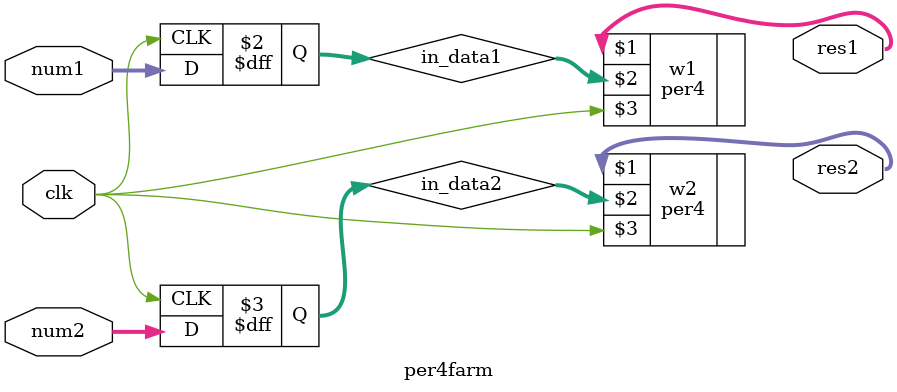
<source format=sv>
module per4farm (output [7:0]res1,output [7:0]res2,input [7:0]num1,input [7:0]num2,input clk);

  reg [7:0]in_data1;
  reg [7:0]in_data2;

  per4 w1 (res1,in_data1,clk);
  per4 w2 (res2,in_data2,clk);

  always @ ( posedge clk ) begin
    in_data1 = num1;
    in_data2 = num2;
  end

endmodule

</source>
